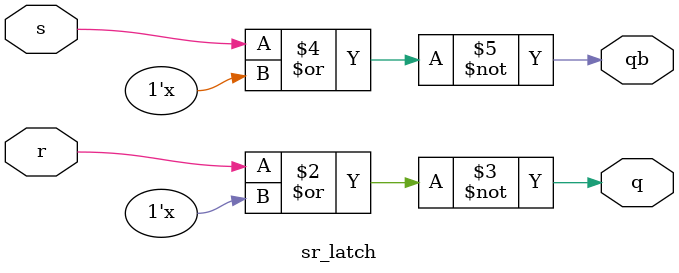
<source format=v>
module sr_latch(s,r,q,qb);
input s,r;
output reg q,qb;
always @(*)
begin
  q<= ~(r|qb);
  qb<= ~(s|q);
  end
endmodule

</source>
